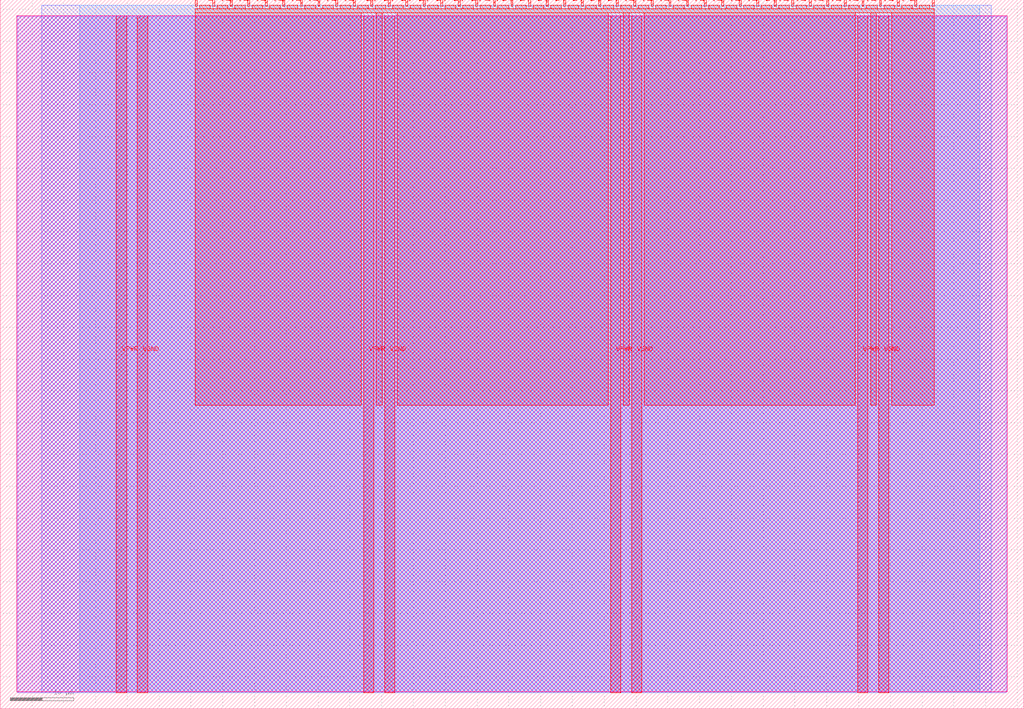
<source format=lef>
VERSION 5.7 ;
  NOWIREEXTENSIONATPIN ON ;
  DIVIDERCHAR "/" ;
  BUSBITCHARS "[]" ;
MACRO tt_um_sleepy_module
  CLASS BLOCK ;
  FOREIGN tt_um_sleepy_module ;
  ORIGIN 0.000 0.000 ;
  SIZE 161.000 BY 111.520 ;
  PIN VGND
    DIRECTION INOUT ;
    USE GROUND ;
    PORT
      LAYER met4 ;
        RECT 21.580 2.480 23.180 109.040 ;
    END
    PORT
      LAYER met4 ;
        RECT 60.450 2.480 62.050 109.040 ;
    END
    PORT
      LAYER met4 ;
        RECT 99.320 2.480 100.920 109.040 ;
    END
    PORT
      LAYER met4 ;
        RECT 138.190 2.480 139.790 109.040 ;
    END
  END VGND
  PIN VPWR
    DIRECTION INOUT ;
    USE POWER ;
    PORT
      LAYER met4 ;
        RECT 18.280 2.480 19.880 109.040 ;
    END
    PORT
      LAYER met4 ;
        RECT 57.150 2.480 58.750 109.040 ;
    END
    PORT
      LAYER met4 ;
        RECT 96.020 2.480 97.620 109.040 ;
    END
    PORT
      LAYER met4 ;
        RECT 134.890 2.480 136.490 109.040 ;
    END
  END VPWR
  PIN clk
    DIRECTION INPUT ;
    USE SIGNAL ;
    ANTENNAGATEAREA 0.852000 ;
    PORT
      LAYER met4 ;
        RECT 143.830 110.520 144.130 111.520 ;
    END
  END clk
  PIN ena
    DIRECTION INPUT ;
    USE SIGNAL ;
    ANTENNAGATEAREA 0.196500 ;
    PORT
      LAYER met4 ;
        RECT 146.590 110.520 146.890 111.520 ;
    END
  END ena
  PIN rst_n
    DIRECTION INPUT ;
    USE SIGNAL ;
    ANTENNAGATEAREA 0.196500 ;
    PORT
      LAYER met4 ;
        RECT 141.070 110.520 141.370 111.520 ;
    END
  END rst_n
  PIN ui_in[0]
    DIRECTION INPUT ;
    USE SIGNAL ;
    ANTENNAGATEAREA 0.196500 ;
    PORT
      LAYER met4 ;
        RECT 138.310 110.520 138.610 111.520 ;
    END
  END ui_in[0]
  PIN ui_in[1]
    DIRECTION INPUT ;
    USE SIGNAL ;
    ANTENNAGATEAREA 0.196500 ;
    PORT
      LAYER met4 ;
        RECT 135.550 110.520 135.850 111.520 ;
    END
  END ui_in[1]
  PIN ui_in[2]
    DIRECTION INPUT ;
    USE SIGNAL ;
    PORT
      LAYER met4 ;
        RECT 132.790 110.520 133.090 111.520 ;
    END
  END ui_in[2]
  PIN ui_in[3]
    DIRECTION INPUT ;
    USE SIGNAL ;
    PORT
      LAYER met4 ;
        RECT 130.030 110.520 130.330 111.520 ;
    END
  END ui_in[3]
  PIN ui_in[4]
    DIRECTION INPUT ;
    USE SIGNAL ;
    PORT
      LAYER met4 ;
        RECT 127.270 110.520 127.570 111.520 ;
    END
  END ui_in[4]
  PIN ui_in[5]
    DIRECTION INPUT ;
    USE SIGNAL ;
    PORT
      LAYER met4 ;
        RECT 124.510 110.520 124.810 111.520 ;
    END
  END ui_in[5]
  PIN ui_in[6]
    DIRECTION INPUT ;
    USE SIGNAL ;
    PORT
      LAYER met4 ;
        RECT 121.750 110.520 122.050 111.520 ;
    END
  END ui_in[6]
  PIN ui_in[7]
    DIRECTION INPUT ;
    USE SIGNAL ;
    PORT
      LAYER met4 ;
        RECT 118.990 110.520 119.290 111.520 ;
    END
  END ui_in[7]
  PIN uio_in[0]
    DIRECTION INPUT ;
    USE SIGNAL ;
    ANTENNAGATEAREA 0.196500 ;
    PORT
      LAYER met4 ;
        RECT 116.230 110.520 116.530 111.520 ;
    END
  END uio_in[0]
  PIN uio_in[1]
    DIRECTION INPUT ;
    USE SIGNAL ;
    ANTENNAGATEAREA 0.196500 ;
    PORT
      LAYER met4 ;
        RECT 113.470 110.520 113.770 111.520 ;
    END
  END uio_in[1]
  PIN uio_in[2]
    DIRECTION INPUT ;
    USE SIGNAL ;
    ANTENNAGATEAREA 0.196500 ;
    PORT
      LAYER met4 ;
        RECT 110.710 110.520 111.010 111.520 ;
    END
  END uio_in[2]
  PIN uio_in[3]
    DIRECTION INPUT ;
    USE SIGNAL ;
    PORT
      LAYER met4 ;
        RECT 107.950 110.520 108.250 111.520 ;
    END
  END uio_in[3]
  PIN uio_in[4]
    DIRECTION INPUT ;
    USE SIGNAL ;
    PORT
      LAYER met4 ;
        RECT 105.190 110.520 105.490 111.520 ;
    END
  END uio_in[4]
  PIN uio_in[5]
    DIRECTION INPUT ;
    USE SIGNAL ;
    PORT
      LAYER met4 ;
        RECT 102.430 110.520 102.730 111.520 ;
    END
  END uio_in[5]
  PIN uio_in[6]
    DIRECTION INPUT ;
    USE SIGNAL ;
    PORT
      LAYER met4 ;
        RECT 99.670 110.520 99.970 111.520 ;
    END
  END uio_in[6]
  PIN uio_in[7]
    DIRECTION INPUT ;
    USE SIGNAL ;
    PORT
      LAYER met4 ;
        RECT 96.910 110.520 97.210 111.520 ;
    END
  END uio_in[7]
  PIN uio_oe[0]
    DIRECTION OUTPUT ;
    USE SIGNAL ;
    PORT
      LAYER met4 ;
        RECT 49.990 110.520 50.290 111.520 ;
    END
  END uio_oe[0]
  PIN uio_oe[1]
    DIRECTION OUTPUT ;
    USE SIGNAL ;
    PORT
      LAYER met4 ;
        RECT 47.230 110.520 47.530 111.520 ;
    END
  END uio_oe[1]
  PIN uio_oe[2]
    DIRECTION OUTPUT ;
    USE SIGNAL ;
    PORT
      LAYER met4 ;
        RECT 44.470 110.520 44.770 111.520 ;
    END
  END uio_oe[2]
  PIN uio_oe[3]
    DIRECTION OUTPUT ;
    USE SIGNAL ;
    PORT
      LAYER met4 ;
        RECT 41.710 110.520 42.010 111.520 ;
    END
  END uio_oe[3]
  PIN uio_oe[4]
    DIRECTION OUTPUT ;
    USE SIGNAL ;
    PORT
      LAYER met4 ;
        RECT 38.950 110.520 39.250 111.520 ;
    END
  END uio_oe[4]
  PIN uio_oe[5]
    DIRECTION OUTPUT ;
    USE SIGNAL ;
    PORT
      LAYER met4 ;
        RECT 36.190 110.520 36.490 111.520 ;
    END
  END uio_oe[5]
  PIN uio_oe[6]
    DIRECTION OUTPUT ;
    USE SIGNAL ;
    PORT
      LAYER met4 ;
        RECT 33.430 110.520 33.730 111.520 ;
    END
  END uio_oe[6]
  PIN uio_oe[7]
    DIRECTION OUTPUT ;
    USE SIGNAL ;
    PORT
      LAYER met4 ;
        RECT 30.670 110.520 30.970 111.520 ;
    END
  END uio_oe[7]
  PIN uio_out[0]
    DIRECTION OUTPUT ;
    USE SIGNAL ;
    PORT
      LAYER met4 ;
        RECT 72.070 110.520 72.370 111.520 ;
    END
  END uio_out[0]
  PIN uio_out[1]
    DIRECTION OUTPUT ;
    USE SIGNAL ;
    PORT
      LAYER met4 ;
        RECT 69.310 110.520 69.610 111.520 ;
    END
  END uio_out[1]
  PIN uio_out[2]
    DIRECTION OUTPUT ;
    USE SIGNAL ;
    PORT
      LAYER met4 ;
        RECT 66.550 110.520 66.850 111.520 ;
    END
  END uio_out[2]
  PIN uio_out[3]
    DIRECTION OUTPUT ;
    USE SIGNAL ;
    PORT
      LAYER met4 ;
        RECT 63.790 110.520 64.090 111.520 ;
    END
  END uio_out[3]
  PIN uio_out[4]
    DIRECTION OUTPUT ;
    USE SIGNAL ;
    PORT
      LAYER met4 ;
        RECT 61.030 110.520 61.330 111.520 ;
    END
  END uio_out[4]
  PIN uio_out[5]
    DIRECTION OUTPUT ;
    USE SIGNAL ;
    PORT
      LAYER met4 ;
        RECT 58.270 110.520 58.570 111.520 ;
    END
  END uio_out[5]
  PIN uio_out[6]
    DIRECTION OUTPUT ;
    USE SIGNAL ;
    PORT
      LAYER met4 ;
        RECT 55.510 110.520 55.810 111.520 ;
    END
  END uio_out[6]
  PIN uio_out[7]
    DIRECTION OUTPUT ;
    USE SIGNAL ;
    PORT
      LAYER met4 ;
        RECT 52.750 110.520 53.050 111.520 ;
    END
  END uio_out[7]
  PIN uo_out[0]
    DIRECTION OUTPUT ;
    USE SIGNAL ;
    ANTENNADIFFAREA 0.795200 ;
    PORT
      LAYER met4 ;
        RECT 94.150 110.520 94.450 111.520 ;
    END
  END uo_out[0]
  PIN uo_out[1]
    DIRECTION OUTPUT ;
    USE SIGNAL ;
    ANTENNADIFFAREA 0.445500 ;
    PORT
      LAYER met4 ;
        RECT 91.390 110.520 91.690 111.520 ;
    END
  END uo_out[1]
  PIN uo_out[2]
    DIRECTION OUTPUT ;
    USE SIGNAL ;
    ANTENNADIFFAREA 0.445500 ;
    PORT
      LAYER met4 ;
        RECT 88.630 110.520 88.930 111.520 ;
    END
  END uo_out[2]
  PIN uo_out[3]
    DIRECTION OUTPUT ;
    USE SIGNAL ;
    ANTENNADIFFAREA 0.795200 ;
    PORT
      LAYER met4 ;
        RECT 85.870 110.520 86.170 111.520 ;
    END
  END uo_out[3]
  PIN uo_out[4]
    DIRECTION OUTPUT ;
    USE SIGNAL ;
    PORT
      LAYER met4 ;
        RECT 83.110 110.520 83.410 111.520 ;
    END
  END uo_out[4]
  PIN uo_out[5]
    DIRECTION OUTPUT ;
    USE SIGNAL ;
    PORT
      LAYER met4 ;
        RECT 80.350 110.520 80.650 111.520 ;
    END
  END uo_out[5]
  PIN uo_out[6]
    DIRECTION OUTPUT ;
    USE SIGNAL ;
    PORT
      LAYER met4 ;
        RECT 77.590 110.520 77.890 111.520 ;
    END
  END uo_out[6]
  PIN uo_out[7]
    DIRECTION OUTPUT ;
    USE SIGNAL ;
    PORT
      LAYER met4 ;
        RECT 74.830 110.520 75.130 111.520 ;
    END
  END uo_out[7]
  OBS
      LAYER nwell ;
        RECT 2.570 2.635 158.430 108.990 ;
      LAYER li1 ;
        RECT 2.760 2.635 158.240 108.885 ;
      LAYER met1 ;
        RECT 2.760 2.480 158.240 109.040 ;
      LAYER met2 ;
        RECT 6.540 2.535 155.840 110.685 ;
      LAYER met3 ;
        RECT 12.485 2.555 154.035 110.665 ;
      LAYER met4 ;
        RECT 31.370 110.120 33.030 110.665 ;
        RECT 34.130 110.120 35.790 110.665 ;
        RECT 36.890 110.120 38.550 110.665 ;
        RECT 39.650 110.120 41.310 110.665 ;
        RECT 42.410 110.120 44.070 110.665 ;
        RECT 45.170 110.120 46.830 110.665 ;
        RECT 47.930 110.120 49.590 110.665 ;
        RECT 50.690 110.120 52.350 110.665 ;
        RECT 53.450 110.120 55.110 110.665 ;
        RECT 56.210 110.120 57.870 110.665 ;
        RECT 58.970 110.120 60.630 110.665 ;
        RECT 61.730 110.120 63.390 110.665 ;
        RECT 64.490 110.120 66.150 110.665 ;
        RECT 67.250 110.120 68.910 110.665 ;
        RECT 70.010 110.120 71.670 110.665 ;
        RECT 72.770 110.120 74.430 110.665 ;
        RECT 75.530 110.120 77.190 110.665 ;
        RECT 78.290 110.120 79.950 110.665 ;
        RECT 81.050 110.120 82.710 110.665 ;
        RECT 83.810 110.120 85.470 110.665 ;
        RECT 86.570 110.120 88.230 110.665 ;
        RECT 89.330 110.120 90.990 110.665 ;
        RECT 92.090 110.120 93.750 110.665 ;
        RECT 94.850 110.120 96.510 110.665 ;
        RECT 97.610 110.120 99.270 110.665 ;
        RECT 100.370 110.120 102.030 110.665 ;
        RECT 103.130 110.120 104.790 110.665 ;
        RECT 105.890 110.120 107.550 110.665 ;
        RECT 108.650 110.120 110.310 110.665 ;
        RECT 111.410 110.120 113.070 110.665 ;
        RECT 114.170 110.120 115.830 110.665 ;
        RECT 116.930 110.120 118.590 110.665 ;
        RECT 119.690 110.120 121.350 110.665 ;
        RECT 122.450 110.120 124.110 110.665 ;
        RECT 125.210 110.120 126.870 110.665 ;
        RECT 127.970 110.120 129.630 110.665 ;
        RECT 130.730 110.120 132.390 110.665 ;
        RECT 133.490 110.120 135.150 110.665 ;
        RECT 136.250 110.120 137.910 110.665 ;
        RECT 139.010 110.120 140.670 110.665 ;
        RECT 141.770 110.120 143.430 110.665 ;
        RECT 144.530 110.120 146.190 110.665 ;
        RECT 30.655 109.440 146.905 110.120 ;
        RECT 30.655 47.775 56.750 109.440 ;
        RECT 59.150 47.775 60.050 109.440 ;
        RECT 62.450 47.775 95.620 109.440 ;
        RECT 98.020 47.775 98.920 109.440 ;
        RECT 101.320 47.775 134.490 109.440 ;
        RECT 136.890 47.775 137.790 109.440 ;
        RECT 140.190 47.775 146.905 109.440 ;
  END
END tt_um_sleepy_module
END LIBRARY


</source>
